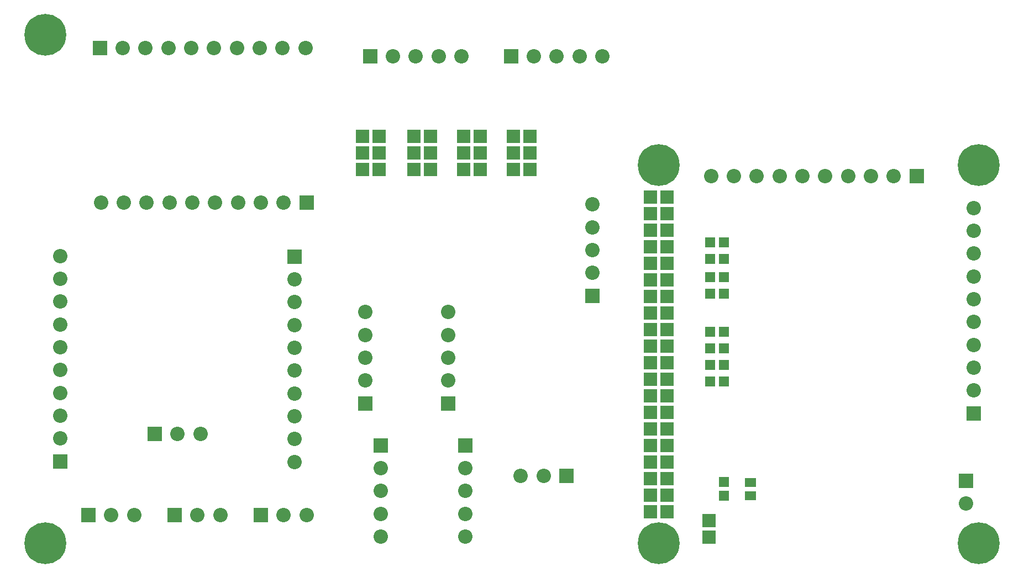
<source format=gts>
G04 Layer: TopSolderMaskLayer*
G04 EasyEDA v5.9.42, Mon, 25 Feb 2019 13:08:34 GMT*
G04 04bc916e9f0e400680881ea13b59f611*
G04 Gerber Generator version 0.2*
G04 Scale: 100 percent, Rotated: No, Reflected: No *
G04 Dimensions in millimeters *
G04 leading zeros omitted , absolute positions ,3 integer and 3 decimal *
%FSLAX33Y33*%
%MOMM*%
G90*
G71D02*

%ADD46R,2.133600X2.133600*%
%ADD47R,2.082800X2.082800*%
%ADD48R,1.673098X1.363218*%
%ADD49R,1.602740X1.503680*%
%ADD50R,1.503680X1.602740*%
%ADD51R,2.203196X2.203196*%
%ADD52C,2.203196*%
%ADD53R,2.204009X2.204009*%
%ADD54C,6.403188*%

%LPD*%
G54D46*
G01X54611Y65951D03*
G01X54611Y63411D03*
G01X54611Y60871D03*
G01X52071Y65951D03*
G01X52071Y63411D03*
G01X52071Y60871D03*
G01X62485Y65951D03*
G01X62485Y63411D03*
G01X62485Y60871D03*
G01X59945Y65951D03*
G01X59945Y63411D03*
G01X59945Y60871D03*
G01X70105Y65951D03*
G01X70105Y63411D03*
G01X70105Y60871D03*
G01X67565Y65951D03*
G01X67565Y63411D03*
G01X67565Y60871D03*
G01X77725Y65951D03*
G01X77725Y63411D03*
G01X77725Y60871D03*
G01X75185Y65951D03*
G01X75185Y63411D03*
G01X75185Y60871D03*
G54D47*
G01X98771Y8371D03*
G01X96231Y8371D03*
G01X98771Y10911D03*
G01X96231Y10911D03*
G01X98771Y13451D03*
G01X96231Y13451D03*
G01X98771Y15991D03*
G01X96231Y15991D03*
G01X98771Y18531D03*
G01X96231Y18531D03*
G01X98771Y21071D03*
G01X96231Y21071D03*
G01X98771Y23611D03*
G01X96231Y23611D03*
G01X98771Y26151D03*
G01X96231Y26151D03*
G01X98771Y28691D03*
G01X96231Y28691D03*
G01X98771Y31231D03*
G01X96231Y31231D03*
G01X98771Y33771D03*
G01X96231Y33771D03*
G01X98771Y36311D03*
G01X96231Y36311D03*
G01X98771Y38851D03*
G01X96231Y38851D03*
G01X98771Y41391D03*
G01X96231Y41391D03*
G01X98771Y43931D03*
G01X96231Y43931D03*
G01X98771Y46471D03*
G01X96231Y46471D03*
G01X98771Y49011D03*
G01X96231Y49011D03*
G01X98771Y51551D03*
G01X96231Y51551D03*
G01X98771Y54091D03*
G01X96231Y54091D03*
G01X98771Y56631D03*
G01X96231Y56631D03*
G54D48*
G01X111507Y10833D03*
G01X111507Y12865D03*
G54D49*
G01X107444Y10815D03*
G01X107444Y12915D03*
G54D46*
G01X105157Y4483D03*
G01X105157Y7023D03*
G54D50*
G01X107460Y28360D03*
G01X105360Y28360D03*
G01X107460Y30900D03*
G01X105360Y30900D03*
G01X107460Y35980D03*
G01X105360Y35980D03*
G01X107460Y33440D03*
G01X105360Y33440D03*
G01X107460Y41822D03*
G01X105360Y41822D03*
G01X107460Y44362D03*
G01X105360Y44362D03*
G01X107460Y49696D03*
G01X105360Y49696D03*
G01X107460Y47156D03*
G01X105360Y47156D03*
G54D51*
G01X20281Y20298D03*
G54D52*
G01X23781Y20299D03*
G01X27281Y20299D03*
G54D51*
G01X36537Y7852D03*
G54D52*
G01X40037Y7853D03*
G01X43537Y7853D03*
G54D51*
G01X10121Y7852D03*
G54D52*
G01X13621Y7853D03*
G01X17121Y7853D03*
G54D51*
G01X23329Y7852D03*
G54D52*
G01X26829Y7853D03*
G01X30329Y7853D03*
G54D51*
G01X5774Y16076D03*
G54D52*
G01X5775Y19577D03*
G01X5775Y23077D03*
G01X5775Y26577D03*
G01X5775Y30077D03*
G01X5775Y33577D03*
G01X5775Y37077D03*
G01X5775Y40577D03*
G01X5775Y44077D03*
G01X5775Y47576D03*
G54D51*
G01X145729Y23442D03*
G54D52*
G01X145729Y26943D03*
G01X145729Y30443D03*
G01X145729Y33943D03*
G01X145729Y37443D03*
G01X145729Y40943D03*
G01X145729Y44443D03*
G01X145729Y47943D03*
G01X145729Y51443D03*
G01X145729Y54942D03*
G54D51*
G01X53250Y78210D03*
G54D52*
G01X56751Y78211D03*
G01X60251Y78211D03*
G01X63751Y78211D03*
G01X67251Y78211D03*
G54D51*
G01X74840Y78210D03*
G54D52*
G01X78341Y78211D03*
G01X81841Y78211D03*
G01X85341Y78211D03*
G01X88841Y78211D03*
G54D53*
G01X144525Y13117D03*
G54D52*
G01X144526Y9618D03*
G54D51*
G01X136997Y59786D03*
G54D52*
G01X133497Y59787D03*
G01X129997Y59787D03*
G01X126497Y59787D03*
G01X122997Y59787D03*
G01X119497Y59787D03*
G01X115997Y59787D03*
G01X112497Y59787D03*
G01X108997Y59787D03*
G01X105497Y59787D03*
G54D51*
G01X67887Y18543D03*
G54D52*
G01X67887Y15043D03*
G01X67887Y11543D03*
G01X67887Y8043D03*
G01X67887Y4543D03*
G54D51*
G01X54933Y18543D03*
G54D52*
G01X54933Y15043D03*
G01X54933Y11543D03*
G01X54933Y8043D03*
G01X54933Y4543D03*
G54D51*
G01X65210Y24966D03*
G54D52*
G01X65211Y28467D03*
G01X65211Y31967D03*
G01X65211Y35467D03*
G01X65211Y38967D03*
G54D51*
G01X52510Y24966D03*
G54D52*
G01X52511Y28467D03*
G01X52511Y31967D03*
G01X52511Y35467D03*
G01X52511Y38967D03*
G54D51*
G01X83352Y13813D03*
G54D52*
G01X79853Y13813D03*
G01X76353Y13813D03*
G54D51*
G01X43525Y55722D03*
G54D52*
G01X40025Y55723D03*
G01X36525Y55723D03*
G01X33025Y55723D03*
G01X29525Y55723D03*
G01X26025Y55723D03*
G01X22525Y55723D03*
G01X19025Y55723D03*
G01X15525Y55723D03*
G01X12025Y55723D03*
G54D51*
G01X11848Y79480D03*
G54D52*
G01X15349Y79481D03*
G01X18849Y79481D03*
G01X22349Y79481D03*
G01X25849Y79481D03*
G01X29349Y79481D03*
G01X32849Y79481D03*
G01X36349Y79481D03*
G01X39849Y79481D03*
G01X43349Y79481D03*
G54D51*
G01X87309Y41476D03*
G54D52*
G01X87309Y44977D03*
G01X87309Y48477D03*
G01X87309Y51977D03*
G01X87309Y55477D03*
G54D51*
G01X41724Y47499D03*
G54D52*
G01X41725Y43999D03*
G01X41725Y40499D03*
G01X41725Y36999D03*
G01X41725Y33499D03*
G01X41725Y29999D03*
G01X41725Y26499D03*
G01X41725Y22999D03*
G01X41725Y19499D03*
G01X41725Y15999D03*
G54D54*
G01X3501Y81500D03*
G01X3501Y3501D03*
G01X146500Y3501D03*
G01X146500Y61501D03*
G01X97501Y61501D03*
G01X97501Y3501D03*
M00*
M02*

</source>
